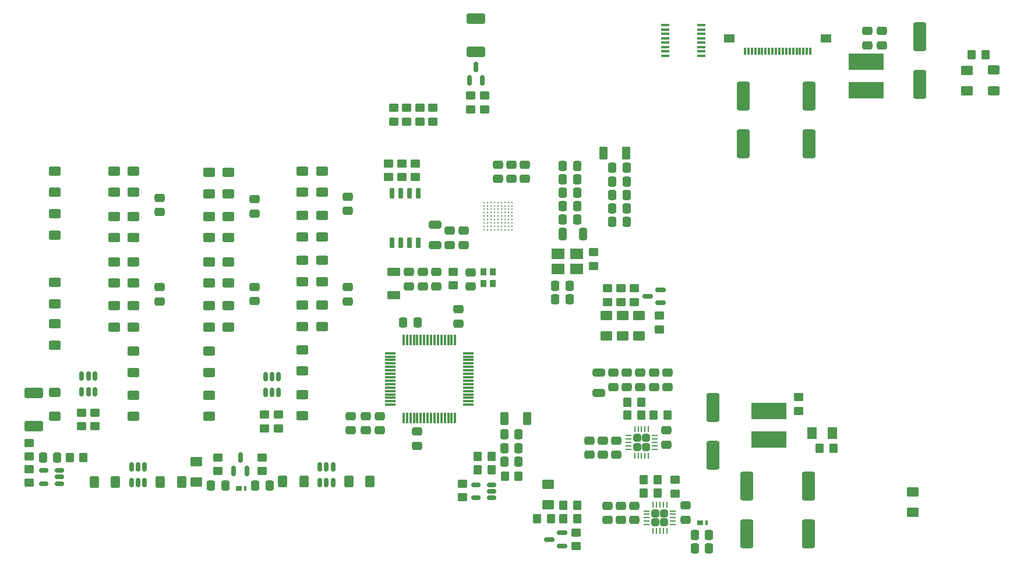
<source format=gbr>
%TF.GenerationSoftware,KiCad,Pcbnew,8.0.1*%
%TF.CreationDate,2024-06-09T19:14:09+02:00*%
%TF.ProjectId,daqIONA,64617149-4f4e-4412-9e6b-696361645f70,rev?*%
%TF.SameCoordinates,Original*%
%TF.FileFunction,Paste,Top*%
%TF.FilePolarity,Positive*%
%FSLAX46Y46*%
G04 Gerber Fmt 4.6, Leading zero omitted, Abs format (unit mm)*
G04 Created by KiCad (PCBNEW 8.0.1) date 2024-06-09 19:14:09*
%MOMM*%
%LPD*%
G01*
G04 APERTURE LIST*
G04 Aperture macros list*
%AMRoundRect*
0 Rectangle with rounded corners*
0 $1 Rounding radius*
0 $2 $3 $4 $5 $6 $7 $8 $9 X,Y pos of 4 corners*
0 Add a 4 corners polygon primitive as box body*
4,1,4,$2,$3,$4,$5,$6,$7,$8,$9,$2,$3,0*
0 Add four circle primitives for the rounded corners*
1,1,$1+$1,$2,$3*
1,1,$1+$1,$4,$5*
1,1,$1+$1,$6,$7*
1,1,$1+$1,$8,$9*
0 Add four rect primitives between the rounded corners*
20,1,$1+$1,$2,$3,$4,$5,0*
20,1,$1+$1,$4,$5,$6,$7,0*
20,1,$1+$1,$6,$7,$8,$9,0*
20,1,$1+$1,$8,$9,$2,$3,0*%
G04 Aperture macros list end*
%ADD10RoundRect,0.250000X-0.450000X0.350000X-0.450000X-0.350000X0.450000X-0.350000X0.450000X0.350000X0*%
%ADD11RoundRect,0.250000X-0.362500X-0.700000X0.362500X-0.700000X0.362500X0.700000X-0.362500X0.700000X0*%
%ADD12RoundRect,0.250000X-0.337500X-0.475000X0.337500X-0.475000X0.337500X0.475000X-0.337500X0.475000X0*%
%ADD13RoundRect,0.250000X-0.350000X-0.450000X0.350000X-0.450000X0.350000X0.450000X-0.350000X0.450000X0*%
%ADD14RoundRect,0.250000X0.475000X-0.337500X0.475000X0.337500X-0.475000X0.337500X-0.475000X-0.337500X0*%
%ADD15RoundRect,0.250001X-0.624999X0.462499X-0.624999X-0.462499X0.624999X-0.462499X0.624999X0.462499X0*%
%ADD16RoundRect,0.250000X-0.625000X0.400000X-0.625000X-0.400000X0.625000X-0.400000X0.625000X0.400000X0*%
%ADD17RoundRect,0.250000X-0.400000X-0.625000X0.400000X-0.625000X0.400000X0.625000X-0.400000X0.625000X0*%
%ADD18RoundRect,0.250000X0.650000X-0.325000X0.650000X0.325000X-0.650000X0.325000X-0.650000X-0.325000X0*%
%ADD19RoundRect,0.250000X-0.475000X0.337500X-0.475000X-0.337500X0.475000X-0.337500X0.475000X0.337500X0*%
%ADD20RoundRect,0.150000X0.587500X0.150000X-0.587500X0.150000X-0.587500X-0.150000X0.587500X-0.150000X0*%
%ADD21R,1.950000X1.650000*%
%ADD22RoundRect,0.250000X0.700000X-0.362500X0.700000X0.362500X-0.700000X0.362500X-0.700000X-0.362500X0*%
%ADD23RoundRect,0.250000X0.450000X-0.350000X0.450000X0.350000X-0.450000X0.350000X-0.450000X-0.350000X0*%
%ADD24RoundRect,0.250000X0.350000X0.450000X-0.350000X0.450000X-0.350000X-0.450000X0.350000X-0.450000X0*%
%ADD25RoundRect,0.150000X0.150000X-0.512500X0.150000X0.512500X-0.150000X0.512500X-0.150000X-0.512500X0*%
%ADD26R,1.200000X0.400000*%
%ADD27RoundRect,0.250000X0.400000X0.625000X-0.400000X0.625000X-0.400000X-0.625000X0.400000X-0.625000X0*%
%ADD28RoundRect,0.250000X0.700000X-1.825000X0.700000X1.825000X-0.700000X1.825000X-0.700000X-1.825000X0*%
%ADD29RoundRect,0.250000X0.337500X0.475000X-0.337500X0.475000X-0.337500X-0.475000X0.337500X-0.475000X0*%
%ADD30RoundRect,0.150000X0.150000X-0.587500X0.150000X0.587500X-0.150000X0.587500X-0.150000X-0.587500X0*%
%ADD31RoundRect,0.250000X-1.100000X0.500000X-1.100000X-0.500000X1.100000X-0.500000X1.100000X0.500000X0*%
%ADD32RoundRect,0.250000X-0.600000X0.400000X-0.600000X-0.400000X0.600000X-0.400000X0.600000X0.400000X0*%
%ADD33RoundRect,0.250000X-0.650000X0.325000X-0.650000X-0.325000X0.650000X-0.325000X0.650000X0.325000X0*%
%ADD34RoundRect,0.150000X-0.150000X0.512500X-0.150000X-0.512500X0.150000X-0.512500X0.150000X0.512500X0*%
%ADD35R,0.900000X1.100000*%
%ADD36R,5.100000X2.350000*%
%ADD37RoundRect,0.250000X0.315000X-0.315000X0.315000X0.315000X-0.315000X0.315000X-0.315000X-0.315000X0*%
%ADD38RoundRect,0.062500X0.062500X-0.362500X0.062500X0.362500X-0.062500X0.362500X-0.062500X-0.362500X0*%
%ADD39RoundRect,0.062500X0.362500X-0.062500X0.362500X0.062500X-0.362500X0.062500X-0.362500X-0.062500X0*%
%ADD40RoundRect,0.250001X0.624999X-0.462499X0.624999X0.462499X-0.624999X0.462499X-0.624999X-0.462499X0*%
%ADD41RoundRect,0.250000X-0.325000X-0.650000X0.325000X-0.650000X0.325000X0.650000X-0.325000X0.650000X0*%
%ADD42RoundRect,0.250000X-0.700000X1.825000X-0.700000X-1.825000X0.700000X-1.825000X0.700000X1.825000X0*%
%ADD43RoundRect,0.150000X0.512500X0.150000X-0.512500X0.150000X-0.512500X-0.150000X0.512500X-0.150000X0*%
%ADD44RoundRect,0.075000X0.075000X-0.700000X0.075000X0.700000X-0.075000X0.700000X-0.075000X-0.700000X0*%
%ADD45RoundRect,0.075000X0.700000X-0.075000X0.700000X0.075000X-0.700000X0.075000X-0.700000X-0.075000X0*%
%ADD46RoundRect,0.250001X0.462499X0.624999X-0.462499X0.624999X-0.462499X-0.624999X0.462499X-0.624999X0*%
%ADD47RoundRect,0.250000X0.625000X-0.400000X0.625000X0.400000X-0.625000X0.400000X-0.625000X-0.400000X0*%
%ADD48C,0.200000*%
%ADD49RoundRect,0.075000X-0.390000X-0.275000X0.390000X-0.275000X0.390000X0.275000X-0.390000X0.275000X0*%
%ADD50RoundRect,0.075000X-0.075000X-0.275000X0.075000X-0.275000X0.075000X0.275000X-0.075000X0.275000X0*%
%ADD51RoundRect,0.150000X0.150000X-0.650000X0.150000X0.650000X-0.150000X0.650000X-0.150000X-0.650000X0*%
%ADD52R,0.300000X1.000000*%
%ADD53R,1.650000X1.300000*%
G04 APERTURE END LIST*
D10*
%TO.C,R71*%
X116700000Y-105050000D03*
X116700000Y-107050000D03*
%TD*%
D11*
%TO.C,FB3*%
X147987500Y-103520000D03*
X151312500Y-103520000D03*
%TD*%
D12*
%TO.C,C51*%
X149252500Y-109630000D03*
X151327500Y-109630000D03*
%TD*%
D13*
%TO.C,R65*%
X129700000Y-147700000D03*
X131700000Y-147700000D03*
%TD*%
D12*
%TO.C,C55*%
X142060000Y-113220000D03*
X144135000Y-113220000D03*
%TD*%
D14*
%TO.C,C63*%
X149420000Y-137567500D03*
X149420000Y-135492500D03*
%TD*%
D15*
%TO.C,D10*%
X148381250Y-127142500D03*
X148381250Y-130117500D03*
%TD*%
D16*
%TO.C,R19*%
X107040000Y-112650000D03*
X107040000Y-115750000D03*
%TD*%
D10*
%TO.C,R9*%
X158390000Y-151050000D03*
X158390000Y-153050000D03*
%TD*%
D17*
%TO.C,R60*%
X101350000Y-151300000D03*
X104450000Y-151300000D03*
%TD*%
D16*
%TO.C,R39*%
X90640000Y-138750000D03*
X90640000Y-141850000D03*
%TD*%
D10*
%TO.C,R88*%
X121260000Y-96940000D03*
X121260000Y-98940000D03*
%TD*%
D18*
%TO.C,C53*%
X147290000Y-138425000D03*
X147290000Y-135475000D03*
%TD*%
D16*
%TO.C,R48*%
X76840000Y-119350000D03*
X76840000Y-122450000D03*
%TD*%
D19*
%TO.C,C38*%
X126850000Y-126262500D03*
X126850000Y-128337500D03*
%TD*%
D20*
%TO.C,Q1*%
X141957500Y-160680000D03*
X141957500Y-158780000D03*
X140082500Y-159730000D03*
%TD*%
D14*
%TO.C,C4*%
X188420000Y-87867500D03*
X188420000Y-85792500D03*
%TD*%
D21*
%TO.C,X2*%
X141325000Y-120430000D03*
X144075000Y-120430000D03*
X144075000Y-118230000D03*
X141325000Y-118230000D03*
%TD*%
D22*
%TO.C,FB1*%
X117450000Y-124175000D03*
X117450000Y-120850000D03*
%TD*%
D19*
%TO.C,C7*%
X145905000Y-145342500D03*
X145905000Y-147417500D03*
%TD*%
D16*
%TO.C,R41*%
X79640000Y-106150000D03*
X79640000Y-109250000D03*
%TD*%
%TO.C,R30*%
X93440000Y-106350000D03*
X93440000Y-109450000D03*
%TD*%
D13*
%TO.C,R6*%
X151435000Y-139770000D03*
X153435000Y-139770000D03*
%TD*%
D16*
%TO.C,R31*%
X93440000Y-112750000D03*
X93440000Y-115850000D03*
%TD*%
D13*
%TO.C,R5*%
X155245000Y-141680000D03*
X157245000Y-141680000D03*
%TD*%
D23*
%TO.C,R17*%
X64500000Y-147700000D03*
X64500000Y-145700000D03*
%TD*%
D10*
%TO.C,R68*%
X127500000Y-151600000D03*
X127500000Y-153600000D03*
%TD*%
D12*
%TO.C,C49*%
X149252500Y-105710000D03*
X151327500Y-105710000D03*
%TD*%
D10*
%TO.C,R29*%
X98690000Y-141600000D03*
X98690000Y-143600000D03*
%TD*%
D19*
%TO.C,C46*%
X127610000Y-114822500D03*
X127610000Y-116897500D03*
%TD*%
D23*
%TO.C,R58*%
X128700000Y-97200000D03*
X128700000Y-95200000D03*
%TD*%
D24*
%TO.C,R7*%
X181410000Y-146460000D03*
X179410000Y-146460000D03*
%TD*%
D15*
%TO.C,D8*%
X88800000Y-148412500D03*
X88800000Y-151387500D03*
%TD*%
D25*
%TO.C,U9*%
X106750000Y-151437500D03*
X107700000Y-151437500D03*
X108650000Y-151437500D03*
X108650000Y-149162500D03*
X107700000Y-149162500D03*
X106750000Y-149162500D03*
%TD*%
D26*
%TO.C,U20*%
X162170000Y-89370000D03*
X162170000Y-88735000D03*
X162170000Y-88100000D03*
X162170000Y-87465000D03*
X162170000Y-86830000D03*
X162170000Y-86195000D03*
X162170000Y-85560000D03*
X162170000Y-84925000D03*
X156970000Y-84925000D03*
X156970000Y-85560000D03*
X156970000Y-86195000D03*
X156970000Y-86830000D03*
X156970000Y-87465000D03*
X156970000Y-88100000D03*
X156970000Y-88735000D03*
X156970000Y-89370000D03*
%TD*%
D19*
%TO.C,C39*%
X128650000Y-120868750D03*
X128650000Y-122943750D03*
%TD*%
D15*
%TO.C,D1*%
X200787500Y-91542500D03*
X200787500Y-94517500D03*
%TD*%
D27*
%TO.C,R57*%
X86650000Y-151362500D03*
X83550000Y-151362500D03*
%TD*%
D19*
%TO.C,C35*%
X119700000Y-120825000D03*
X119700000Y-122900000D03*
%TD*%
D13*
%TO.C,R11*%
X142130000Y-156760000D03*
X144130000Y-156760000D03*
%TD*%
D12*
%TO.C,C65*%
X140962500Y-124800000D03*
X143037500Y-124800000D03*
%TD*%
D19*
%TO.C,C29*%
X113450000Y-141812500D03*
X113450000Y-143887500D03*
%TD*%
D14*
%TO.C,C64*%
X151380000Y-137567500D03*
X151380000Y-135492500D03*
%TD*%
%TO.C,C17*%
X150510000Y-156897500D03*
X150510000Y-154822500D03*
%TD*%
D16*
%TO.C,R24*%
X104240000Y-119150000D03*
X104240000Y-122250000D03*
%TD*%
D28*
%TO.C,C3*%
X177870000Y-102225000D03*
X177870000Y-95275000D03*
%TD*%
D23*
%TO.C,R73*%
X156081250Y-129212500D03*
X156081250Y-127212500D03*
%TD*%
D10*
%TO.C,R85*%
X119350000Y-96940000D03*
X119350000Y-98940000D03*
%TD*%
D12*
%TO.C,C50*%
X149252500Y-107670000D03*
X151327500Y-107670000D03*
%TD*%
D17*
%TO.C,R56*%
X73950000Y-151362500D03*
X77050000Y-151362500D03*
%TD*%
D16*
%TO.C,R25*%
X104240000Y-125650000D03*
X104240000Y-128750000D03*
%TD*%
D19*
%TO.C,C40*%
X120862500Y-144062500D03*
X120862500Y-146137500D03*
%TD*%
D10*
%TO.C,R87*%
X123170000Y-96940000D03*
X123170000Y-98940000D03*
%TD*%
D11*
%TO.C,FB2*%
X133587500Y-142150000D03*
X136912500Y-142150000D03*
%TD*%
D14*
%TO.C,C18*%
X152470000Y-156897500D03*
X152470000Y-154822500D03*
%TD*%
D29*
%TO.C,C27*%
X92982500Y-151900000D03*
X90907500Y-151900000D03*
%TD*%
D30*
%TO.C,U10*%
X94245000Y-149737500D03*
X96145000Y-149737500D03*
X95195000Y-147862500D03*
%TD*%
D14*
%TO.C,C15*%
X157095000Y-145957500D03*
X157095000Y-143882500D03*
%TD*%
D23*
%TO.C,R3*%
X176370000Y-141060000D03*
X176370000Y-139060000D03*
%TD*%
D10*
%TO.C,R59*%
X130700000Y-95200000D03*
X130700000Y-97200000D03*
%TD*%
D24*
%TO.C,R13*%
X72400000Y-147837500D03*
X70400000Y-147837500D03*
%TD*%
D16*
%TO.C,R47*%
X76840000Y-112750000D03*
X76840000Y-115850000D03*
%TD*%
D10*
%TO.C,R69*%
X118650000Y-105050000D03*
X118650000Y-107050000D03*
%TD*%
D29*
%TO.C,C41*%
X120950000Y-128200000D03*
X118875000Y-128200000D03*
%TD*%
D16*
%TO.C,R22*%
X104240000Y-106150000D03*
X104240000Y-109250000D03*
%TD*%
D31*
%TO.C,D5*%
X65150000Y-138450000D03*
X65150000Y-143250000D03*
%TD*%
%TO.C,D7*%
X129450000Y-84000000D03*
X129450000Y-88800000D03*
%TD*%
D32*
%TO.C,D6*%
X68240000Y-138350000D03*
X68240000Y-141850000D03*
%TD*%
D14*
%TO.C,C44*%
X132650000Y-107297500D03*
X132650000Y-105222500D03*
%TD*%
D10*
%TO.C,R28*%
X100690000Y-141600000D03*
X100690000Y-143600000D03*
%TD*%
D29*
%TO.C,C20*%
X68587500Y-147837500D03*
X66512500Y-147837500D03*
%TD*%
D16*
%TO.C,R44*%
X79640000Y-125750000D03*
X79640000Y-128850000D03*
%TD*%
D12*
%TO.C,C30*%
X133562500Y-148450000D03*
X135637500Y-148450000D03*
%TD*%
D33*
%TO.C,C42*%
X123510000Y-113955000D03*
X123510000Y-116905000D03*
%TD*%
D34*
%TO.C,U7*%
X74040000Y-135962500D03*
X73090000Y-135962500D03*
X72140000Y-135962500D03*
X72140000Y-138237500D03*
X73090000Y-138237500D03*
X74040000Y-138237500D03*
%TD*%
D12*
%TO.C,C13*%
X161232500Y-159070000D03*
X163307500Y-159070000D03*
%TD*%
D19*
%TO.C,C23*%
X97240000Y-110262500D03*
X97240000Y-112337500D03*
%TD*%
D16*
%TO.C,R50*%
X79640000Y-132350000D03*
X79640000Y-135450000D03*
%TD*%
D29*
%TO.C,C28*%
X99432500Y-151900000D03*
X97357500Y-151900000D03*
%TD*%
D23*
%TO.C,R75*%
X150531250Y-125227500D03*
X150531250Y-123227500D03*
%TD*%
D16*
%TO.C,R53*%
X68240000Y-112350000D03*
X68240000Y-115450000D03*
%TD*%
D14*
%TO.C,C5*%
X186320000Y-87867500D03*
X186320000Y-85792500D03*
%TD*%
D20*
%TO.C,Q3*%
X156288750Y-125345000D03*
X156288750Y-123445000D03*
X154413750Y-124395000D03*
%TD*%
D16*
%TO.C,R34*%
X90640000Y-106350000D03*
X90640000Y-109450000D03*
%TD*%
%TO.C,R21*%
X107040000Y-125650000D03*
X107040000Y-128750000D03*
%TD*%
D24*
%TO.C,R66*%
X131700000Y-149650000D03*
X129700000Y-149650000D03*
%TD*%
D12*
%TO.C,C33*%
X133562500Y-144450000D03*
X135637500Y-144450000D03*
%TD*%
D28*
%TO.C,C1*%
X193920000Y-93555000D03*
X193920000Y-86605000D03*
%TD*%
D14*
%TO.C,C62*%
X157260000Y-137567500D03*
X157260000Y-135492500D03*
%TD*%
D16*
%TO.C,R54*%
X68240000Y-122350000D03*
X68240000Y-125450000D03*
%TD*%
%TO.C,R32*%
X93440000Y-119350000D03*
X93440000Y-122450000D03*
%TD*%
D19*
%TO.C,C9*%
X147875000Y-145342500D03*
X147875000Y-147417500D03*
%TD*%
D16*
%TO.C,R46*%
X76840000Y-106150000D03*
X76840000Y-109250000D03*
%TD*%
D19*
%TO.C,C21*%
X110840000Y-109862500D03*
X110840000Y-111937500D03*
%TD*%
D35*
%TO.C,X1*%
X130550000Y-120850000D03*
X130550000Y-122550000D03*
X131850000Y-122550000D03*
X131850000Y-120850000D03*
%TD*%
D36*
%TO.C,L1*%
X186170000Y-94405000D03*
X186170000Y-90255000D03*
%TD*%
D15*
%TO.C,D12*%
X153151250Y-127145000D03*
X153151250Y-130120000D03*
%TD*%
D28*
%TO.C,C12*%
X163910000Y-147535000D03*
X163910000Y-140585000D03*
%TD*%
D12*
%TO.C,C31*%
X133562500Y-146450000D03*
X135637500Y-146450000D03*
%TD*%
D19*
%TO.C,C25*%
X83440000Y-110062500D03*
X83440000Y-112137500D03*
%TD*%
D37*
%TO.C,U4*%
X155510000Y-157230000D03*
X156810000Y-157230000D03*
X155510000Y-155930000D03*
X156810000Y-155930000D03*
D38*
X155160000Y-158505000D03*
X155660000Y-158505000D03*
X156160000Y-158505000D03*
X156660000Y-158505000D03*
X157160000Y-158505000D03*
D39*
X158085000Y-157580000D03*
X158085000Y-157080000D03*
X158085000Y-156580000D03*
X158085000Y-156080000D03*
X158085000Y-155580000D03*
D38*
X157160000Y-154655000D03*
X156660000Y-154655000D03*
X156160000Y-154655000D03*
X155660000Y-154655000D03*
X155160000Y-154655000D03*
D39*
X154235000Y-155580000D03*
X154235000Y-156080000D03*
X154235000Y-156580000D03*
X154235000Y-157080000D03*
X154235000Y-157580000D03*
%TD*%
D16*
%TO.C,R37*%
X90640000Y-125750000D03*
X90640000Y-128850000D03*
%TD*%
D14*
%TO.C,C37*%
X111250000Y-143887500D03*
X111250000Y-141812500D03*
%TD*%
D23*
%TO.C,R67*%
X126150000Y-122800000D03*
X126150000Y-120800000D03*
%TD*%
D19*
%TO.C,C24*%
X97240000Y-123012500D03*
X97240000Y-125087500D03*
%TD*%
D40*
%TO.C,F1*%
X192937500Y-155767500D03*
X192937500Y-152792500D03*
%TD*%
D12*
%TO.C,C48*%
X149252500Y-113560000D03*
X151327500Y-113560000D03*
%TD*%
D41*
%TO.C,C59*%
X142035000Y-115350000D03*
X144985000Y-115350000D03*
%TD*%
D25*
%TO.C,U8*%
X79350000Y-151500000D03*
X80300000Y-151500000D03*
X81250000Y-151500000D03*
X81250000Y-149225000D03*
X80300000Y-149225000D03*
X79350000Y-149225000D03*
%TD*%
D10*
%TO.C,R70*%
X120610000Y-105050000D03*
X120610000Y-107050000D03*
%TD*%
D16*
%TO.C,R18*%
X107040000Y-106150000D03*
X107040000Y-109250000D03*
%TD*%
D19*
%TO.C,C36*%
X123700000Y-120825000D03*
X123700000Y-122900000D03*
%TD*%
D13*
%TO.C,R2*%
X201487500Y-89280000D03*
X203487500Y-89280000D03*
%TD*%
D14*
%TO.C,C45*%
X134610000Y-107297500D03*
X134610000Y-105222500D03*
%TD*%
D10*
%TO.C,R61*%
X98395000Y-147800000D03*
X98395000Y-149800000D03*
%TD*%
D19*
%TO.C,C32*%
X115420000Y-141812500D03*
X115420000Y-143887500D03*
%TD*%
D12*
%TO.C,C66*%
X140957500Y-122840000D03*
X143032500Y-122840000D03*
%TD*%
D24*
%TO.C,R64*%
X135650000Y-150500000D03*
X133650000Y-150500000D03*
%TD*%
D19*
%TO.C,C22*%
X110840000Y-123062500D03*
X110840000Y-125137500D03*
%TD*%
D16*
%TO.C,R42*%
X79640000Y-112750000D03*
X79640000Y-115850000D03*
%TD*%
D23*
%TO.C,R16*%
X64500000Y-151500000D03*
X64500000Y-149500000D03*
%TD*%
D42*
%TO.C,C11*%
X168820000Y-152015000D03*
X168820000Y-158965000D03*
%TD*%
D23*
%TO.C,R76*%
X152461250Y-125232500D03*
X152461250Y-123232500D03*
%TD*%
D12*
%TO.C,C56*%
X142072500Y-105380000D03*
X144147500Y-105380000D03*
%TD*%
D19*
%TO.C,C8*%
X149835000Y-145342500D03*
X149835000Y-147417500D03*
%TD*%
D12*
%TO.C,C57*%
X142072500Y-107340000D03*
X144147500Y-107340000D03*
%TD*%
D16*
%TO.C,R52*%
X68240000Y-106150000D03*
X68240000Y-109250000D03*
%TD*%
D43*
%TO.C,U12*%
X131737500Y-153700000D03*
X131737500Y-152750000D03*
X131737500Y-151800000D03*
X129462500Y-151800000D03*
X129462500Y-153700000D03*
%TD*%
D13*
%TO.C,R10*%
X138330000Y-156760000D03*
X140330000Y-156760000D03*
%TD*%
D16*
%TO.C,R38*%
X90640000Y-132350000D03*
X90640000Y-135450000D03*
%TD*%
D14*
%TO.C,C43*%
X136570000Y-107307500D03*
X136570000Y-105232500D03*
%TD*%
D34*
%TO.C,U6*%
X100740000Y-136062500D03*
X99790000Y-136062500D03*
X98840000Y-136062500D03*
X98840000Y-138337500D03*
X99790000Y-138337500D03*
X100740000Y-138337500D03*
%TD*%
D44*
%TO.C,U11*%
X118912500Y-142075000D03*
X119412500Y-142075000D03*
X119912500Y-142075000D03*
X120412500Y-142075000D03*
X120912500Y-142075000D03*
X121412500Y-142075000D03*
X121912500Y-142075000D03*
X122412500Y-142075000D03*
X122912500Y-142075000D03*
X123412500Y-142075000D03*
X123912500Y-142075000D03*
X124412500Y-142075000D03*
X124912500Y-142075000D03*
X125412500Y-142075000D03*
X125912500Y-142075000D03*
X126412500Y-142075000D03*
D45*
X128337500Y-140150000D03*
X128337500Y-139650000D03*
X128337500Y-139150000D03*
X128337500Y-138650000D03*
X128337500Y-138150000D03*
X128337500Y-137650000D03*
X128337500Y-137150000D03*
X128337500Y-136650000D03*
X128337500Y-136150000D03*
X128337500Y-135650000D03*
X128337500Y-135150000D03*
X128337500Y-134650000D03*
X128337500Y-134150000D03*
X128337500Y-133650000D03*
X128337500Y-133150000D03*
X128337500Y-132650000D03*
D44*
X126412500Y-130725000D03*
X125912500Y-130725000D03*
X125412500Y-130725000D03*
X124912500Y-130725000D03*
X124412500Y-130725000D03*
X123912500Y-130725000D03*
X123412500Y-130725000D03*
X122912500Y-130725000D03*
X122412500Y-130725000D03*
X121912500Y-130725000D03*
X121412500Y-130725000D03*
X120912500Y-130725000D03*
X120412500Y-130725000D03*
X119912500Y-130725000D03*
X119412500Y-130725000D03*
X118912500Y-130725000D03*
D45*
X116987500Y-132650000D03*
X116987500Y-133150000D03*
X116987500Y-133650000D03*
X116987500Y-134150000D03*
X116987500Y-134650000D03*
X116987500Y-135150000D03*
X116987500Y-135650000D03*
X116987500Y-136150000D03*
X116987500Y-136650000D03*
X116987500Y-137150000D03*
X116987500Y-137650000D03*
X116987500Y-138150000D03*
X116987500Y-138650000D03*
X116987500Y-139150000D03*
X116987500Y-139650000D03*
X116987500Y-140150000D03*
%TD*%
D16*
%TO.C,R20*%
X107040000Y-119150000D03*
X107040000Y-122250000D03*
%TD*%
D46*
%TO.C,D2*%
X181267500Y-144240000D03*
X178292500Y-144240000D03*
%TD*%
D10*
%TO.C,R40*%
X74090000Y-141300000D03*
X74090000Y-143300000D03*
%TD*%
D16*
%TO.C,R27*%
X104240000Y-138650000D03*
X104240000Y-141750000D03*
%TD*%
D12*
%TO.C,C58*%
X142070000Y-109300000D03*
X144145000Y-109300000D03*
%TD*%
D15*
%TO.C,D11*%
X150771250Y-127137500D03*
X150771250Y-130112500D03*
%TD*%
D10*
%TO.C,R45*%
X72090000Y-141300000D03*
X72090000Y-143300000D03*
%TD*%
D19*
%TO.C,C47*%
X125650000Y-114812500D03*
X125650000Y-116887500D03*
%TD*%
D36*
%TO.C,L2*%
X171980000Y-141065000D03*
X171980000Y-145215000D03*
%TD*%
D16*
%TO.C,R33*%
X93440000Y-125750000D03*
X93440000Y-128850000D03*
%TD*%
D28*
%TO.C,C2*%
X168290000Y-102225000D03*
X168290000Y-95275000D03*
%TD*%
D13*
%TO.C,R8*%
X142130000Y-154800000D03*
X144130000Y-154800000D03*
%TD*%
D47*
%TO.C,R1*%
X204670000Y-94530000D03*
X204670000Y-91430000D03*
%TD*%
D37*
%TO.C,U3*%
X152865000Y-146290000D03*
X154165000Y-146290000D03*
X152865000Y-144990000D03*
X154165000Y-144990000D03*
D38*
X152515000Y-147565000D03*
X153015000Y-147565000D03*
X153515000Y-147565000D03*
X154015000Y-147565000D03*
X154515000Y-147565000D03*
D39*
X155440000Y-146640000D03*
X155440000Y-146140000D03*
X155440000Y-145640000D03*
X155440000Y-145140000D03*
X155440000Y-144640000D03*
D38*
X154515000Y-143715000D03*
X154015000Y-143715000D03*
X153515000Y-143715000D03*
X153015000Y-143715000D03*
X152515000Y-143715000D03*
D39*
X151590000Y-144640000D03*
X151590000Y-145140000D03*
X151590000Y-145640000D03*
X151590000Y-146140000D03*
X151590000Y-146640000D03*
%TD*%
D23*
%TO.C,R15*%
X144020000Y-160730000D03*
X144020000Y-158730000D03*
%TD*%
%TO.C,R74*%
X148581250Y-125227500D03*
X148581250Y-123227500D03*
%TD*%
D16*
%TO.C,R26*%
X104240000Y-132150000D03*
X104240000Y-135250000D03*
%TD*%
%TO.C,R23*%
X104240000Y-112650000D03*
X104240000Y-115750000D03*
%TD*%
D40*
%TO.C,D4*%
X139950000Y-154665000D03*
X139950000Y-151690000D03*
%TD*%
D13*
%TO.C,R12*%
X153830000Y-151060000D03*
X155830000Y-151060000D03*
%TD*%
D48*
%TO.C,U13*%
X130650000Y-114720000D03*
X130650000Y-114220000D03*
X130650000Y-113720000D03*
X130650000Y-113220000D03*
X130650000Y-112720000D03*
X130650000Y-112220000D03*
X130650000Y-111720000D03*
X130650000Y-111220000D03*
X130650000Y-110720000D03*
X131150000Y-114720000D03*
X131150000Y-114220000D03*
X131150000Y-113720000D03*
X131150000Y-113220000D03*
X131150000Y-112720000D03*
X131150000Y-112220000D03*
X131150000Y-111720000D03*
X131150000Y-111220000D03*
X131150000Y-110720000D03*
X131650000Y-114720000D03*
X131650000Y-114220000D03*
X131650000Y-113720000D03*
X131650000Y-113220000D03*
X131650000Y-112720000D03*
X131650000Y-112220000D03*
X131650000Y-111720000D03*
X131650000Y-111220000D03*
X131650000Y-110720000D03*
X132150000Y-114720000D03*
X132150000Y-114220000D03*
X132150000Y-113720000D03*
X132150000Y-113220000D03*
X132150000Y-112720000D03*
X132150000Y-112220000D03*
X132150000Y-111720000D03*
X132150000Y-111220000D03*
X132150000Y-110720000D03*
X132650000Y-114720000D03*
X132650000Y-114220000D03*
X132650000Y-113720000D03*
X132650000Y-113220000D03*
X132650000Y-112720000D03*
X132650000Y-112220000D03*
X132650000Y-111720000D03*
X132650000Y-111220000D03*
X132650000Y-110720000D03*
X133150000Y-114720000D03*
X133150000Y-114220000D03*
X133150000Y-113720000D03*
X133150000Y-113220000D03*
X133150000Y-112720000D03*
X133150000Y-112220000D03*
X133150000Y-111720000D03*
X133150000Y-111220000D03*
X133150000Y-110720000D03*
X133650000Y-114720000D03*
X133650000Y-114220000D03*
X133650000Y-113720000D03*
X133650000Y-113220000D03*
X133650000Y-112720000D03*
X133650000Y-112220000D03*
X133650000Y-111720000D03*
X133650000Y-111220000D03*
X133650000Y-110720000D03*
X134150000Y-114720000D03*
X134150000Y-114220000D03*
X134150000Y-113720000D03*
X134150000Y-113220000D03*
X134150000Y-112720000D03*
X134150000Y-112220000D03*
X134150000Y-111720000D03*
X134150000Y-111220000D03*
X134150000Y-110720000D03*
X134650000Y-114720000D03*
X134650000Y-114220000D03*
X134650000Y-113720000D03*
X134650000Y-113220000D03*
X134650000Y-112720000D03*
X134650000Y-112220000D03*
X134650000Y-111720000D03*
X134650000Y-111220000D03*
X134650000Y-110720000D03*
%TD*%
D16*
%TO.C,R43*%
X79640000Y-119350000D03*
X79640000Y-122450000D03*
%TD*%
D24*
%TO.C,R14*%
X155830000Y-152960000D03*
X153830000Y-152960000D03*
%TD*%
D16*
%TO.C,R51*%
X79640000Y-138750000D03*
X79640000Y-141850000D03*
%TD*%
D19*
%TO.C,C34*%
X121700000Y-120825000D03*
X121700000Y-122900000D03*
%TD*%
%TO.C,C26*%
X83440000Y-123062500D03*
X83440000Y-125137500D03*
%TD*%
D49*
%TO.C,D9*%
X95000000Y-152300000D03*
D50*
X95885000Y-152300000D03*
%TD*%
D42*
%TO.C,C10*%
X177770000Y-152015000D03*
X177770000Y-158965000D03*
%TD*%
D12*
%TO.C,C14*%
X161230000Y-161060000D03*
X163305000Y-161060000D03*
%TD*%
D16*
%TO.C,R35*%
X90640000Y-112750000D03*
X90640000Y-115850000D03*
%TD*%
D43*
%TO.C,U5*%
X68887500Y-151600000D03*
X68887500Y-150650000D03*
X68887500Y-149700000D03*
X66612500Y-149700000D03*
X66612500Y-151600000D03*
%TD*%
D16*
%TO.C,R55*%
X68240000Y-128350000D03*
X68240000Y-131450000D03*
%TD*%
D49*
%TO.C,D3*%
X162065000Y-157340000D03*
D50*
X162950000Y-157340000D03*
%TD*%
D24*
%TO.C,R4*%
X153435000Y-141680000D03*
X151435000Y-141680000D03*
%TD*%
D14*
%TO.C,C61*%
X155300000Y-137565000D03*
X155300000Y-135490000D03*
%TD*%
D10*
%TO.C,R72*%
X146505000Y-117960000D03*
X146505000Y-119960000D03*
%TD*%
D14*
%TO.C,C19*%
X159900000Y-156887500D03*
X159900000Y-154812500D03*
%TD*%
D23*
%TO.C,R63*%
X91945000Y-149800000D03*
X91945000Y-147800000D03*
%TD*%
D12*
%TO.C,C54*%
X142070000Y-111260000D03*
X144145000Y-111260000D03*
%TD*%
D10*
%TO.C,R86*%
X117450000Y-96940000D03*
X117450000Y-98940000D03*
%TD*%
D16*
%TO.C,R36*%
X90640000Y-119350000D03*
X90640000Y-122450000D03*
%TD*%
D14*
%TO.C,C60*%
X153340000Y-137567500D03*
X153340000Y-135492500D03*
%TD*%
D30*
%TO.C,Q2*%
X128500000Y-92937500D03*
X130400000Y-92937500D03*
X129450000Y-91062500D03*
%TD*%
D27*
%TO.C,R62*%
X114050000Y-151300000D03*
X110950000Y-151300000D03*
%TD*%
D51*
%TO.C,U14*%
X117245000Y-116600000D03*
X118515000Y-116600000D03*
X119785000Y-116600000D03*
X121055000Y-116600000D03*
X121055000Y-109400000D03*
X119785000Y-109400000D03*
X118515000Y-109400000D03*
X117245000Y-109400000D03*
%TD*%
D14*
%TO.C,C16*%
X148550000Y-156897500D03*
X148550000Y-154822500D03*
%TD*%
D16*
%TO.C,R49*%
X76840000Y-125750000D03*
X76840000Y-128850000D03*
%TD*%
D52*
%TO.C,J14*%
X178040000Y-88730000D03*
X177540000Y-88730000D03*
X177040000Y-88730000D03*
X176540000Y-88730000D03*
X176040000Y-88730000D03*
X175540000Y-88730000D03*
X175040000Y-88730000D03*
X174540000Y-88730000D03*
X174040000Y-88730000D03*
X173540000Y-88730000D03*
X173040000Y-88730000D03*
X172540000Y-88730000D03*
X172040000Y-88730000D03*
X171540000Y-88730000D03*
X171040000Y-88730000D03*
X170540000Y-88730000D03*
X170040000Y-88730000D03*
X169540000Y-88730000D03*
X169040000Y-88730000D03*
X168540000Y-88730000D03*
D53*
X180315000Y-86830000D03*
X166265000Y-86830000D03*
%TD*%
D12*
%TO.C,C52*%
X149252500Y-111600000D03*
X151327500Y-111600000D03*
%TD*%
M02*

</source>
